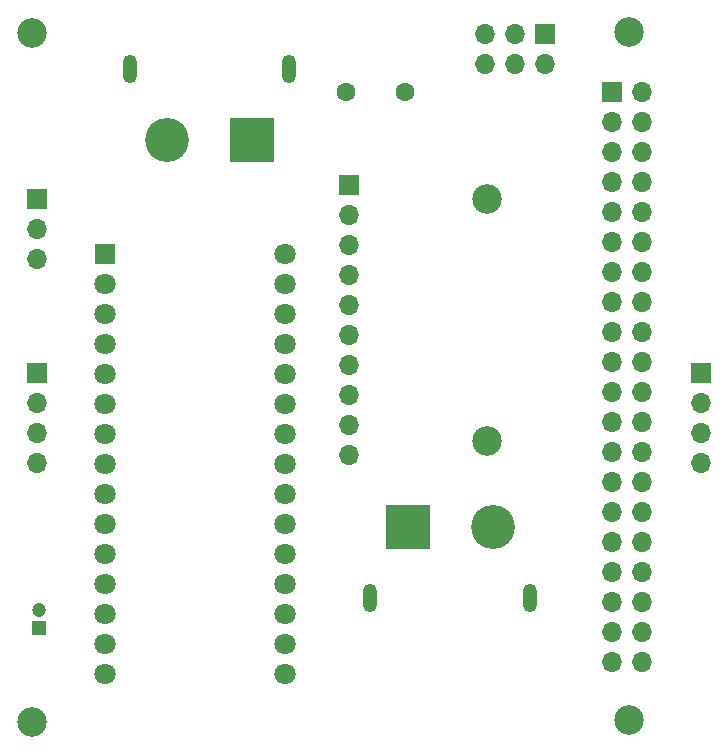
<source format=gbr>
%TF.GenerationSoftware,KiCad,Pcbnew,(6.0.4)*%
%TF.CreationDate,2022-09-15T01:58:29-04:00*%
%TF.ProjectId,Pi_HAT,50695f48-4154-42e6-9b69-6361645f7063,rev?*%
%TF.SameCoordinates,Original*%
%TF.FileFunction,Soldermask,Top*%
%TF.FilePolarity,Negative*%
%FSLAX46Y46*%
G04 Gerber Fmt 4.6, Leading zero omitted, Abs format (unit mm)*
G04 Created by KiCad (PCBNEW (6.0.4)) date 2022-09-15 01:58:29*
%MOMM*%
%LPD*%
G01*
G04 APERTURE LIST*
%ADD10R,1.800000X1.800000*%
%ADD11C,1.800000*%
%ADD12R,1.700000X1.700000*%
%ADD13O,1.700000X1.700000*%
%ADD14C,2.500000*%
%ADD15C,1.600000*%
%ADD16R,3.716000X3.716000*%
%ADD17C,3.716000*%
%ADD18O,1.200000X2.400000*%
%ADD19R,1.200000X1.200000*%
%ADD20C,1.200000*%
G04 APERTURE END LIST*
D10*
%TO.C,TB1*%
X108780000Y-93170000D03*
D11*
X108780000Y-95710000D03*
X108780000Y-98250000D03*
X108780000Y-100790000D03*
X108780000Y-103330000D03*
X108780000Y-105870000D03*
X108780000Y-108410000D03*
X108780000Y-110950000D03*
X108780000Y-113490000D03*
X108780000Y-116030000D03*
X108780000Y-118570000D03*
X108780000Y-121110000D03*
X108780000Y-123650000D03*
X108780000Y-126190000D03*
X108780000Y-128730000D03*
X124020000Y-128730000D03*
X124020000Y-126190000D03*
X124020000Y-123650000D03*
X124020000Y-121110000D03*
X124020000Y-118570000D03*
X124020000Y-116030000D03*
X124020000Y-113490000D03*
X124020000Y-110950000D03*
X124020000Y-108410000D03*
X124020000Y-105870000D03*
X124020000Y-103330000D03*
X124020000Y-100790000D03*
X124020000Y-98250000D03*
X124020000Y-95710000D03*
X124020000Y-93170000D03*
%TD*%
D12*
%TO.C,J3*%
X146000000Y-74500000D03*
D13*
X146000000Y-77040000D03*
X143460000Y-74500000D03*
X143460000Y-77040000D03*
X140920000Y-74500000D03*
X140920000Y-77040000D03*
%TD*%
D14*
%TO.C,H1*%
X153150000Y-74400000D03*
%TD*%
%TO.C,H2*%
X102600000Y-74450000D03*
%TD*%
%TO.C,H3*%
X102600000Y-132800000D03*
%TD*%
D12*
%TO.C,J1*%
X129400000Y-87300000D03*
D13*
X129400000Y-89840000D03*
X129400000Y-92380000D03*
X129400000Y-94920000D03*
X129400000Y-97460000D03*
X129400000Y-100000000D03*
X129400000Y-102540000D03*
X129400000Y-105080000D03*
X129400000Y-107620000D03*
X129400000Y-110160000D03*
%TD*%
D14*
%TO.C,H4*%
X153150000Y-132650000D03*
%TD*%
D13*
%TO.C,J2*%
X154265000Y-127660000D03*
X151725000Y-127660000D03*
X154265000Y-125120000D03*
X151725000Y-125120000D03*
X154265000Y-122580000D03*
X151725000Y-122580000D03*
X154265000Y-120040000D03*
X151725000Y-120040000D03*
X154265000Y-117500000D03*
X151725000Y-117500000D03*
X154265000Y-114960000D03*
X151725000Y-114960000D03*
X154265000Y-112420000D03*
X151725000Y-112420000D03*
X154265000Y-109880000D03*
X151725000Y-109880000D03*
X154265000Y-107340000D03*
X151725000Y-107340000D03*
X154265000Y-104800000D03*
X151725000Y-104800000D03*
X154265000Y-102260000D03*
X151725000Y-102260000D03*
X154265000Y-99720000D03*
X151725000Y-99720000D03*
X154265000Y-97180000D03*
X151725000Y-97180000D03*
X154265000Y-94640000D03*
X151725000Y-94640000D03*
X154265000Y-92100000D03*
X151725000Y-92100000D03*
X154265000Y-89560000D03*
X151725000Y-89560000D03*
X154265000Y-87020000D03*
X151725000Y-87020000D03*
X154265000Y-84480000D03*
X151725000Y-84480000D03*
X154265000Y-81940000D03*
X151725000Y-81940000D03*
X154265000Y-79400000D03*
D12*
X151725000Y-79400000D03*
%TD*%
D15*
%TO.C,C1*%
X129200000Y-79400000D03*
X134200000Y-79400000D03*
%TD*%
D12*
%TO.C,J4*%
X103000000Y-103200000D03*
D13*
X103000000Y-105740000D03*
X103000000Y-108280000D03*
X103000000Y-110820000D03*
%TD*%
D16*
%TO.C,J5*%
X121200000Y-83465750D03*
D17*
X114000000Y-83465750D03*
D18*
X124350000Y-77465750D03*
X110850000Y-77465750D03*
%TD*%
D14*
%TO.C,H5*%
X141150000Y-88500000D03*
%TD*%
%TO.C,H6*%
X141150000Y-109000000D03*
%TD*%
D19*
%TO.C,C2*%
X103200000Y-124800000D03*
D20*
X103200000Y-123300000D03*
%TD*%
D12*
%TO.C,J6*%
X159200000Y-103200000D03*
D13*
X159200000Y-105740000D03*
X159200000Y-108280000D03*
X159200000Y-110820000D03*
%TD*%
D12*
%TO.C,J7*%
X103000000Y-88475000D03*
D13*
X103000000Y-91015000D03*
X103000000Y-93555000D03*
%TD*%
D16*
%TO.C,J8*%
X134400000Y-116300000D03*
D17*
X141600000Y-116300000D03*
D18*
X131250000Y-122300000D03*
X144750000Y-122300000D03*
%TD*%
M02*

</source>
